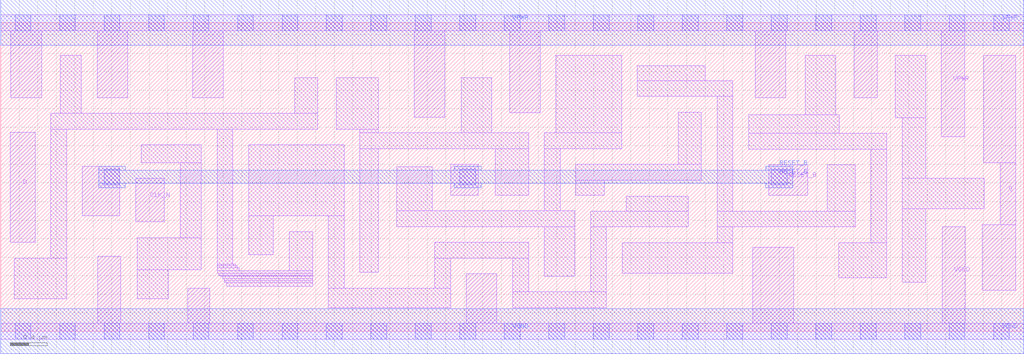
<source format=lef>
# Copyright 2020 The SkyWater PDK Authors
#
# Licensed under the Apache License, Version 2.0 (the "License");
# you may not use this file except in compliance with the License.
# You may obtain a copy of the License at
#
#     https://www.apache.org/licenses/LICENSE-2.0
#
# Unless required by applicable law or agreed to in writing, software
# distributed under the License is distributed on an "AS IS" BASIS,
# WITHOUT WARRANTIES OR CONDITIONS OF ANY KIND, either express or implied.
# See the License for the specific language governing permissions and
# limitations under the License.
#
# SPDX-License-Identifier: Apache-2.0

VERSION 5.7 ;
  NAMESCASESENSITIVE ON ;
  NOWIREEXTENSIONATPIN ON ;
  DIVIDERCHAR "/" ;
  BUSBITCHARS "[]" ;
UNITS
  DATABASE MICRONS 200 ;
END UNITS
MACRO sky130_fd_sc_ls__dfrtn_1
  CLASS CORE ;
  SOURCE USER ;
  FOREIGN sky130_fd_sc_ls__dfrtn_1 ;
  ORIGIN  0.000000  0.000000 ;
  SIZE  11.04000 BY  3.330000 ;
  SYMMETRY X Y R90 ;
  SITE unit ;
  PIN D
    ANTENNAGATEAREA  0.126000 ;
    DIRECTION INPUT ;
    USE SIGNAL ;
    PORT
      LAYER li1 ;
        RECT 0.105000 0.960000 0.370000 2.150000 ;
    END
  END D
  PIN Q
    ANTENNADIFFAREA  0.533800 ;
    DIRECTION OUTPUT ;
    USE SIGNAL ;
    PORT
      LAYER li1 ;
        RECT 10.590000 0.440000 10.955000 1.150000 ;
        RECT 10.605000 1.820000 10.955000 2.980000 ;
        RECT 10.785000 1.150000 10.955000 1.820000 ;
    END
  END Q
  PIN RESET_B
    ANTENNAGATEAREA  0.378000 ;
    DIRECTION INPUT ;
    USE SIGNAL ;
    PORT
      LAYER li1 ;
        RECT 0.880000 1.245000 1.285000 1.780000 ;
        RECT 4.855000 1.470000 5.155000 1.800000 ;
        RECT 8.285000 1.465000 8.710000 1.795000 ;
      LAYER mcon ;
        RECT 1.115000 1.580000 1.285000 1.750000 ;
        RECT 4.955000 1.580000 5.125000 1.750000 ;
        RECT 8.315000 1.580000 8.485000 1.750000 ;
      LAYER met1 ;
        RECT 1.055000 1.550000 1.345000 1.595000 ;
        RECT 1.055000 1.595000 8.545000 1.735000 ;
        RECT 1.055000 1.735000 1.345000 1.780000 ;
        RECT 4.895000 1.550000 5.185000 1.595000 ;
        RECT 4.895000 1.735000 5.185000 1.780000 ;
        RECT 8.255000 1.550000 8.545000 1.595000 ;
        RECT 8.255000 1.735000 8.545000 1.780000 ;
    END
  END RESET_B
  PIN CLK_N
    ANTENNAGATEAREA  0.261000 ;
    DIRECTION INPUT ;
    USE CLOCK ;
    PORT
      LAYER li1 ;
        RECT 1.455000 1.180000 1.765000 1.650000 ;
    END
  END CLK_N
  PIN VGND
    DIRECTION INOUT ;
    SHAPE ABUTMENT ;
    USE GROUND ;
    PORT
      LAYER li1 ;
        RECT  0.000000 -0.085000 11.040000 0.085000 ;
        RECT  1.045000  0.085000  1.295000 0.810000 ;
        RECT  2.020000  0.085000  2.255000 0.465000 ;
        RECT  5.025000  0.085000  5.355000 0.620000 ;
        RECT  8.115000  0.085000  8.555000 0.905000 ;
        RECT 10.160000  0.085000 10.410000 1.130000 ;
      LAYER mcon ;
        RECT  0.155000 -0.085000  0.325000 0.085000 ;
        RECT  0.635000 -0.085000  0.805000 0.085000 ;
        RECT  1.115000 -0.085000  1.285000 0.085000 ;
        RECT  1.595000 -0.085000  1.765000 0.085000 ;
        RECT  2.075000 -0.085000  2.245000 0.085000 ;
        RECT  2.555000 -0.085000  2.725000 0.085000 ;
        RECT  3.035000 -0.085000  3.205000 0.085000 ;
        RECT  3.515000 -0.085000  3.685000 0.085000 ;
        RECT  3.995000 -0.085000  4.165000 0.085000 ;
        RECT  4.475000 -0.085000  4.645000 0.085000 ;
        RECT  4.955000 -0.085000  5.125000 0.085000 ;
        RECT  5.435000 -0.085000  5.605000 0.085000 ;
        RECT  5.915000 -0.085000  6.085000 0.085000 ;
        RECT  6.395000 -0.085000  6.565000 0.085000 ;
        RECT  6.875000 -0.085000  7.045000 0.085000 ;
        RECT  7.355000 -0.085000  7.525000 0.085000 ;
        RECT  7.835000 -0.085000  8.005000 0.085000 ;
        RECT  8.315000 -0.085000  8.485000 0.085000 ;
        RECT  8.795000 -0.085000  8.965000 0.085000 ;
        RECT  9.275000 -0.085000  9.445000 0.085000 ;
        RECT  9.755000 -0.085000  9.925000 0.085000 ;
        RECT 10.235000 -0.085000 10.405000 0.085000 ;
        RECT 10.715000 -0.085000 10.885000 0.085000 ;
      LAYER met1 ;
        RECT 0.000000 -0.245000 11.040000 0.245000 ;
    END
  END VGND
  PIN VPWR
    DIRECTION INOUT ;
    SHAPE ABUTMENT ;
    USE POWER ;
    PORT
      LAYER li1 ;
        RECT  0.000000 3.245000 11.040000 3.415000 ;
        RECT  0.110000 2.520000  0.440000 3.245000 ;
        RECT  1.040000 2.520000  1.370000 3.245000 ;
        RECT  2.070000 2.520000  2.400000 3.245000 ;
        RECT  4.460000 2.310000  4.790000 3.245000 ;
        RECT  5.490000 2.360000  5.820000 3.245000 ;
        RECT  8.140000 2.520000  8.470000 3.245000 ;
        RECT  9.210000 2.520000  9.460000 3.245000 ;
        RECT 10.150000 2.100000 10.400000 3.245000 ;
      LAYER mcon ;
        RECT  0.155000 3.245000  0.325000 3.415000 ;
        RECT  0.635000 3.245000  0.805000 3.415000 ;
        RECT  1.115000 3.245000  1.285000 3.415000 ;
        RECT  1.595000 3.245000  1.765000 3.415000 ;
        RECT  2.075000 3.245000  2.245000 3.415000 ;
        RECT  2.555000 3.245000  2.725000 3.415000 ;
        RECT  3.035000 3.245000  3.205000 3.415000 ;
        RECT  3.515000 3.245000  3.685000 3.415000 ;
        RECT  3.995000 3.245000  4.165000 3.415000 ;
        RECT  4.475000 3.245000  4.645000 3.415000 ;
        RECT  4.955000 3.245000  5.125000 3.415000 ;
        RECT  5.435000 3.245000  5.605000 3.415000 ;
        RECT  5.915000 3.245000  6.085000 3.415000 ;
        RECT  6.395000 3.245000  6.565000 3.415000 ;
        RECT  6.875000 3.245000  7.045000 3.415000 ;
        RECT  7.355000 3.245000  7.525000 3.415000 ;
        RECT  7.835000 3.245000  8.005000 3.415000 ;
        RECT  8.315000 3.245000  8.485000 3.415000 ;
        RECT  8.795000 3.245000  8.965000 3.415000 ;
        RECT  9.275000 3.245000  9.445000 3.415000 ;
        RECT  9.755000 3.245000  9.925000 3.415000 ;
        RECT 10.235000 3.245000 10.405000 3.415000 ;
        RECT 10.715000 3.245000 10.885000 3.415000 ;
      LAYER met1 ;
        RECT 0.000000 3.085000 11.040000 3.575000 ;
    END
  END VPWR
  OBS
    LAYER li1 ;
      RECT 0.145000 0.350000  0.710000 0.790000 ;
      RECT 0.540000 0.790000  0.710000 2.180000 ;
      RECT 0.540000 2.180000  3.420000 2.350000 ;
      RECT 0.640000 2.350000  0.870000 2.980000 ;
      RECT 1.475000 0.350000  1.805000 0.665000 ;
      RECT 1.475000 0.665000  2.165000 1.010000 ;
      RECT 1.515000 1.820000  2.165000 2.010000 ;
      RECT 1.935000 1.010000  2.165000 1.820000 ;
      RECT 2.335000 0.625000  3.365000 0.655000 ;
      RECT 2.335000 0.655000  2.575000 0.685000 ;
      RECT 2.335000 0.685000  2.550000 0.705000 ;
      RECT 2.335000 0.705000  2.535000 0.725000 ;
      RECT 2.335000 0.725000  2.505000 2.180000 ;
      RECT 2.355000 0.605000  3.365000 0.625000 ;
      RECT 2.370000 0.595000  3.365000 0.605000 ;
      RECT 2.395000 0.565000  3.365000 0.595000 ;
      RECT 2.410000 0.545000  3.365000 0.565000 ;
      RECT 2.415000 0.525000  3.365000 0.545000 ;
      RECT 2.440000 0.485000  3.365000 0.525000 ;
      RECT 2.675000 0.825000  2.940000 1.245000 ;
      RECT 2.675000 1.245000  3.705000 2.010000 ;
      RECT 3.115000 0.655000  3.365000 1.075000 ;
      RECT 3.170000 2.350000  3.420000 2.735000 ;
      RECT 3.535000 0.255000  4.855000 0.465000 ;
      RECT 3.535000 0.465000  3.705000 1.245000 ;
      RECT 3.620000 2.180000  4.075000 2.735000 ;
      RECT 3.875000 0.635000  4.075000 1.970000 ;
      RECT 3.875000 1.970000  5.695000 2.140000 ;
      RECT 3.875000 2.140000  4.075000 2.180000 ;
      RECT 4.275000 1.130000  6.195000 1.300000 ;
      RECT 4.275000 1.300000  4.655000 1.775000 ;
      RECT 4.685000 0.465000  4.855000 0.790000 ;
      RECT 4.685000 0.790000  5.695000 0.960000 ;
      RECT 4.970000 2.140000  5.300000 2.735000 ;
      RECT 5.335000 1.470000  5.695000 1.970000 ;
      RECT 5.525000 0.255000  6.535000 0.425000 ;
      RECT 5.525000 0.425000  5.695000 0.790000 ;
      RECT 5.865000 0.595000  6.195000 1.130000 ;
      RECT 5.865000 1.300000  6.035000 1.970000 ;
      RECT 5.865000 1.970000  6.700000 2.140000 ;
      RECT 5.990000 2.140000  6.700000 2.980000 ;
      RECT 6.205000 1.470000  6.510000 1.630000 ;
      RECT 6.205000 1.630000  7.560000 1.800000 ;
      RECT 6.365000 0.425000  6.535000 1.125000 ;
      RECT 6.365000 1.125000  7.420000 1.295000 ;
      RECT 6.705000 0.625000  7.900000 0.955000 ;
      RECT 6.750000 1.295000  7.420000 1.455000 ;
      RECT 6.870000 2.535000  7.900000 2.705000 ;
      RECT 6.870000 2.705000  7.600000 2.865000 ;
      RECT 7.310000 1.800000  7.560000 2.365000 ;
      RECT 7.730000 0.955000  7.900000 1.125000 ;
      RECT 7.730000 1.125000  9.220000 1.295000 ;
      RECT 7.730000 1.295000  7.900000 2.535000 ;
      RECT 8.070000 1.965000  9.560000 2.135000 ;
      RECT 8.070000 2.135000  9.050000 2.335000 ;
      RECT 8.680000 2.335000  9.010000 2.980000 ;
      RECT 8.920000 1.295000  9.220000 1.795000 ;
      RECT 9.045000 0.575000  9.560000 0.955000 ;
      RECT 9.390000 0.955000  9.560000 1.965000 ;
      RECT 9.650000 2.305000  9.980000 2.980000 ;
      RECT 9.730000 0.530000  9.980000 1.320000 ;
      RECT 9.730000 1.320000 10.615000 1.650000 ;
      RECT 9.730000 1.650000  9.980000 2.305000 ;
  END
END sky130_fd_sc_ls__dfrtn_1

</source>
